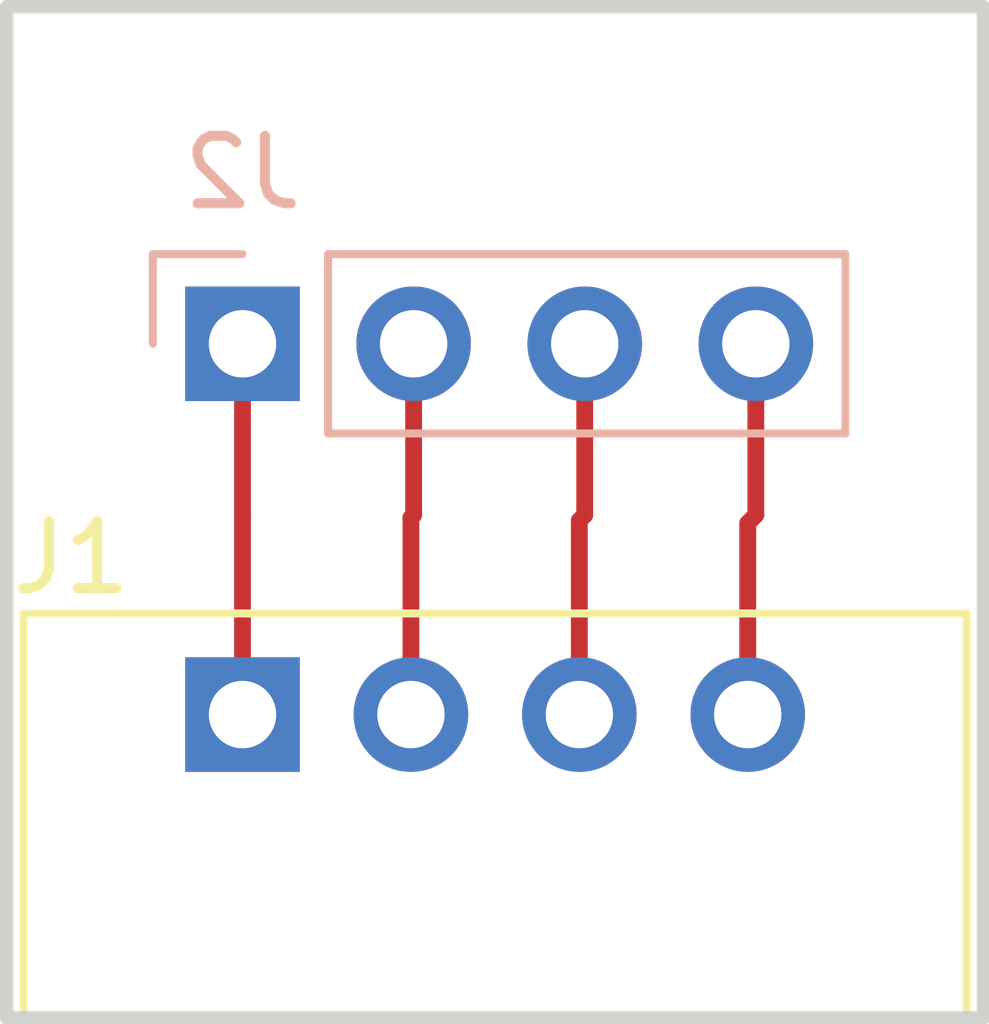
<source format=kicad_pcb>
(kicad_pcb (version 20171130) (host pcbnew 5.0.1-33cea8e~68~ubuntu18.10.1)

  (general
    (thickness 1.6)
    (drawings 4)
    (tracks 11)
    (zones 0)
    (modules 2)
    (nets 1)
  )

  (page A4)
  (layers
    (0 F.Cu signal)
    (31 B.Cu signal)
    (32 B.Adhes user)
    (33 F.Adhes user)
    (34 B.Paste user)
    (35 F.Paste user)
    (36 B.SilkS user)
    (37 F.SilkS user)
    (38 B.Mask user)
    (39 F.Mask user)
    (40 Dwgs.User user)
    (41 Cmts.User user)
    (42 Eco1.User user)
    (43 Eco2.User user)
    (44 Edge.Cuts user)
    (45 Margin user)
    (46 B.CrtYd user)
    (47 F.CrtYd user)
    (48 B.Fab user hide)
    (49 F.Fab user hide)
  )

  (setup
    (last_trace_width 0.25)
    (trace_clearance 0.2)
    (zone_clearance 0.508)
    (zone_45_only no)
    (trace_min 0.2)
    (segment_width 0.2)
    (edge_width 0.15)
    (via_size 0.8)
    (via_drill 0.4)
    (via_min_size 0.4)
    (via_min_drill 0.3)
    (uvia_size 0.3)
    (uvia_drill 0.1)
    (uvias_allowed no)
    (uvia_min_size 0.2)
    (uvia_min_drill 0.1)
    (pcb_text_width 0.3)
    (pcb_text_size 1.5 1.5)
    (mod_edge_width 0.15)
    (mod_text_size 1 1)
    (mod_text_width 0.15)
    (pad_size 1.524 1.524)
    (pad_drill 0.762)
    (pad_to_mask_clearance 0.051)
    (solder_mask_min_width 0.25)
    (aux_axis_origin 32 32)
    (grid_origin 35.5 37)
    (visible_elements FFFFFF7F)
    (pcbplotparams
      (layerselection 0x010fc_ffffffff)
      (usegerberextensions false)
      (usegerberattributes false)
      (usegerberadvancedattributes false)
      (creategerberjobfile false)
      (excludeedgelayer true)
      (linewidth 0.100000)
      (plotframeref false)
      (viasonmask false)
      (mode 1)
      (useauxorigin false)
      (hpglpennumber 1)
      (hpglpenspeed 20)
      (hpglpendiameter 15.000000)
      (psnegative false)
      (psa4output false)
      (plotreference true)
      (plotvalue true)
      (plotinvisibletext false)
      (padsonsilk false)
      (subtractmaskfromsilk false)
      (outputformat 1)
      (mirror false)
      (drillshape 1)
      (scaleselection 1)
      (outputdirectory ""))
  )

  (net 0 "")

  (net_class Default "This is the default net class."
    (clearance 0.2)
    (trace_width 0.25)
    (via_dia 0.8)
    (via_drill 0.4)
    (uvia_dia 0.3)
    (uvia_drill 0.1)
  )

  (module Connector_PinHeader_2.54mm:PinHeader_1x04_P2.54mm_Vertical (layer B.Cu) (tedit 5BD8BC9D) (tstamp 5BE2A291)
    (at 35.5 37 270)
    (descr "Through hole straight pin header, 1x04, 2.54mm pitch, single row")
    (tags "Through hole pin header THT 1x04 2.54mm single row")
    (fp_text reference J2 (at -2.54 0) (layer B.SilkS)
      (effects (font (size 1 1) (thickness 0.15)) (justify mirror))
    )
    (fp_text value PinHeader_1x04_P2.54mm_Vertical (at 0 -9.95 270) (layer B.Fab)
      (effects (font (size 1 1) (thickness 0.15)) (justify mirror))
    )
    (fp_text user %R (at 0 -3.81 180) (layer B.Fab)
      (effects (font (size 1 1) (thickness 0.15)) (justify mirror))
    )
    (fp_line (start 1.8 1.8) (end -1.8 1.8) (layer B.CrtYd) (width 0.05))
    (fp_line (start 1.8 -9.4) (end 1.8 1.8) (layer B.CrtYd) (width 0.05))
    (fp_line (start -1.8 -9.4) (end 1.8 -9.4) (layer B.CrtYd) (width 0.05))
    (fp_line (start -1.8 1.8) (end -1.8 -9.4) (layer B.CrtYd) (width 0.05))
    (fp_line (start -1.33 1.33) (end 0 1.33) (layer B.SilkS) (width 0.12))
    (fp_line (start -1.33 0) (end -1.33 1.33) (layer B.SilkS) (width 0.12))
    (fp_line (start -1.33 -1.27) (end 1.33 -1.27) (layer B.SilkS) (width 0.12))
    (fp_line (start 1.33 -1.27) (end 1.33 -8.95) (layer B.SilkS) (width 0.12))
    (fp_line (start -1.33 -1.27) (end -1.33 -8.95) (layer B.SilkS) (width 0.12))
    (fp_line (start -1.33 -8.95) (end 1.33 -8.95) (layer B.SilkS) (width 0.12))
    (fp_line (start -1.27 0.635) (end -0.635 1.27) (layer B.Fab) (width 0.1))
    (fp_line (start -1.27 -8.89) (end -1.27 0.635) (layer B.Fab) (width 0.1))
    (fp_line (start 1.27 -8.89) (end -1.27 -8.89) (layer B.Fab) (width 0.1))
    (fp_line (start 1.27 1.27) (end 1.27 -8.89) (layer B.Fab) (width 0.1))
    (fp_line (start -0.635 1.27) (end 1.27 1.27) (layer B.Fab) (width 0.1))
    (pad 4 thru_hole oval (at 0 -7.62 270) (size 1.7 1.7) (drill 1) (layers *.Cu *.Mask))
    (pad 3 thru_hole oval (at 0 -5.08 270) (size 1.7 1.7) (drill 1) (layers *.Cu *.Mask))
    (pad 2 thru_hole oval (at 0 -2.54 270) (size 1.7 1.7) (drill 1) (layers *.Cu *.Mask))
    (pad 1 thru_hole rect (at 0 0 270) (size 1.7 1.7) (drill 1) (layers *.Cu *.Mask))
    (model ${KISYS3DMOD}/Connector_PinHeader_2.54mm.3dshapes/PinHeader_1x04_P2.54mm_Vertical.wrl
      (at (xyz 0 0 0))
      (scale (xyz 1 1 1))
      (rotate (xyz 0 0 0))
    )
  )

  (module pwrbtn:female_blade (layer F.Cu) (tedit 5BD8BC96) (tstamp 5BE33FCB)
    (at 39.25 42.5)
    (descr "Through hole straight pin header, 1x04, 2.54mm pitch, single row")
    (tags "Through hole pin header THT 1x04 2.54mm single row")
    (fp_text reference J1 (at -6.29 -2.33) (layer F.SilkS)
      (effects (font (size 1 1) (thickness 0.15)))
    )
    (fp_text value female_blade (at 0 9.95) (layer F.Fab)
      (effects (font (size 1 1) (thickness 0.15)))
    )
    (fp_line (start 7 4.5) (end 7 -1.5) (layer F.SilkS) (width 0.12))
    (fp_line (start -7 4.5) (end 7 4.5) (layer F.SilkS) (width 0.12))
    (fp_line (start -7 -1.5) (end 7 -1.5) (layer F.SilkS) (width 0.12))
    (fp_line (start -7 4.5) (end -7 -1.5) (layer F.SilkS) (width 0.12))
    (fp_text user %R (at 0 -4 180) (layer F.Fab)
      (effects (font (size 1 1) (thickness 0.15)))
    )
    (pad "" np_thru_hole circle (at -5.25 1.98 90) (size 1 1) (drill 1) (layers *.Cu *.Mask))
    (pad "" np_thru_hole circle (at 5.25 1.98 90) (size 1 1) (drill 1) (layers *.Cu *.Mask))
    (pad 1 thru_hole rect (at -3.75 0 90) (size 1.7 1.7) (drill 1) (layers *.Cu *.Mask))
    (pad 2 thru_hole circle (at -1.25 0 90) (size 1.7 1.7) (drill 1) (layers *.Cu *.Mask))
    (pad 3 thru_hole circle (at 1.25 0 90) (size 1.7 1.7) (drill 1) (layers *.Cu *.Mask))
    (pad 4 thru_hole circle (at 3.75 0 90) (size 1.7 1.7) (drill 1) (layers *.Cu *.Mask))
    (model ${KIPRJMOD}/female_blade.step
      (offset (xyz 0.6 2.1 0))
      (scale (xyz 1 1 1))
      (rotate (xyz -90 0 0))
    )
  )

  (gr_line (start 32 32) (end 46.5 32) (layer Edge.Cuts) (width 0.2))
  (gr_line (start 32 47) (end 32 32) (layer Edge.Cuts) (width 0.2))
  (gr_line (start 46.5 32) (end 46.5 47) (layer Edge.Cuts) (width 0.2))
  (gr_line (start 46.5 47) (end 32 47) (layer Edge.Cuts) (width 0.2))

  (segment (start 35.5 39.54) (end 35.5 37) (width 0.25) (layer F.Cu) (net 0))
  (segment (start 35.5 42.5) (end 35.5 39.54) (width 0.25) (layer F.Cu) (net 0))
  (segment (start 43.12 39.54) (end 43.12 37) (width 0.25) (layer F.Cu) (net 0))
  (segment (start 43 42.5) (end 43 39.66) (width 0.25) (layer F.Cu) (net 0))
  (segment (start 43 39.66) (end 43.12 39.54) (width 0.25) (layer F.Cu) (net 0))
  (segment (start 40.58 39.54) (end 40.58 37) (width 0.25) (layer F.Cu) (net 0))
  (segment (start 40.5 42.5) (end 40.5 39.62) (width 0.25) (layer F.Cu) (net 0))
  (segment (start 40.5 39.62) (end 40.58 39.54) (width 0.25) (layer F.Cu) (net 0))
  (segment (start 38.04 39.54) (end 38.04 37) (width 0.25) (layer F.Cu) (net 0))
  (segment (start 38 42.5) (end 38 39.58) (width 0.25) (layer F.Cu) (net 0))
  (segment (start 38 39.58) (end 38.04 39.54) (width 0.25) (layer F.Cu) (net 0))

)

</source>
